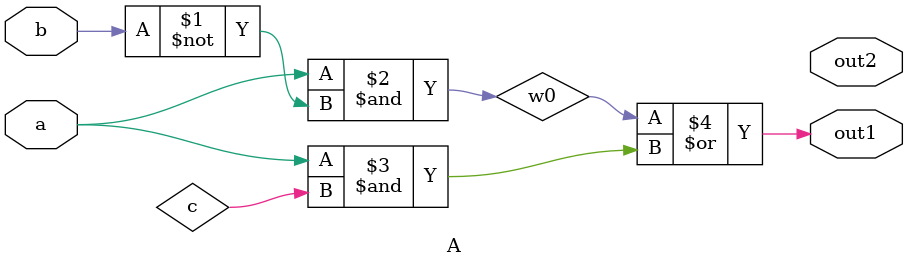
<source format=v>
module A(output out1, out2, input a, b);

// NOT: ~
// AND: &
// OR:  |
// order of operations: ()

//example: 
  wire w0;
  assign w0 = a & ~b;
  assign out1 = w0 | (a & c);


endmodule
</source>
